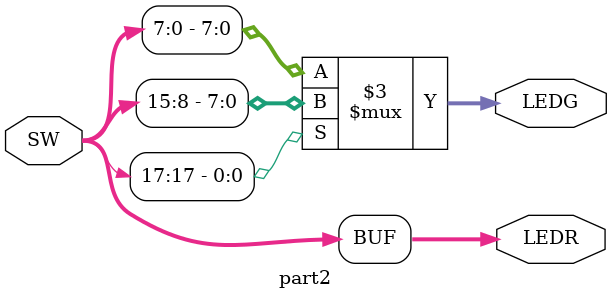
<source format=v>


module part2 (SW, LEDR, LEDG);
	input [17:0] SW;
	output [17:0] LEDR;
	output reg [7:0] LEDG;

	assign LEDR = SW;
	always @ (*) begin
		if (SW[17])
			LEDG = SW[15:8];
		else
			LEDG = SW[7:0];
	end
endmodule

</source>
